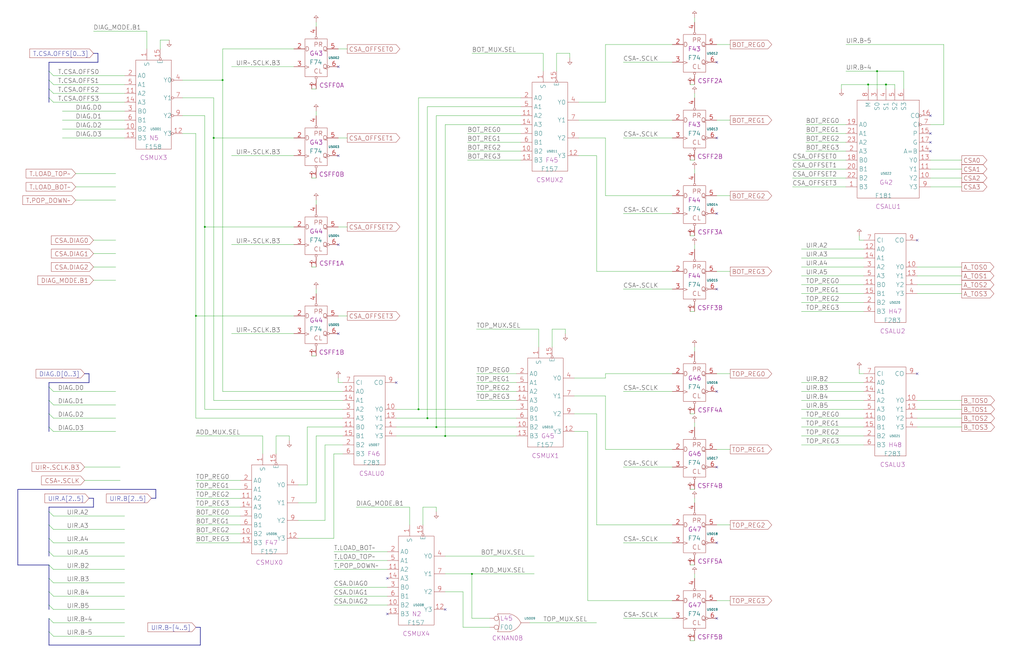
<source format=kicad_sch>
(kicad_sch (version 20230121) (generator eeschema)
  (paper "User" 584.2 378.46)
  (title_block (title "REGISTER FILE CONTROL\\nCSA ADRESS GENERATION") (date "15-MAR-90") (rev "1.0") (comment 1 "TYPE") (comment 2 "232-003062") (comment 3 "S400") (comment 4 "RELEASED"))
  (lib_symbols
    (symbol "r1000:F00" (pin_numbers hide) (pin_names hide)
      (property "Reference" "U" (at 15.24 0 0))
      (property "Value" "F00" (at 1.905 -5.08 0))
      (property "Location" "___" (at 1.905 0 0))
      (property "Name" "______" (at 2.54 -12.7 0))
      (symbol "F00_1_1"
        (pin input line (at -7.62 0 0) (length 5.08) (name "D0") (number "1"))
        (pin input line (at -7.62 -5.08 0) (length 5.08) (name "D1") (number "2"))
        (pin output line (at 15.24 -2.54 180) (length 2.54) (name "Q") (number "3"))
      )
      (symbol "F00_1_2"
        (pin input line (at -7.62 0 0) (length 2.54) (name "D0") (number "1"))
        (pin input line (at -7.62 -5.08 0) (length 2.54) (name "D1") (number "2"))
        (pin output line (at 15.24 -2.54 180) (length 5.08) (name "Q") (number "3"))
      )
    )
    (symbol "r1000:F157" (pin_names (offset 1.016))
      (property "Reference" "U" (at 2.54 5.08 0))
      (property "Value" "F157" (at -3.81 -5.08 0))
      (property "Location" "___" (at -1.27 0 0))
      (property "Name" "______" (at 1.27 -12.7 0))
      (symbol "F157_1_1"
        (pin input line (at -2.54 50.8 270) (length 6.35) (name "S") (number "1"))
        (pin input line (at -15.24 5.08 0) (length 6.35) (name "B2") (number "10"))
        (pin input line (at -15.24 25.4 0) (length 6.35) (name "A2") (number "11"))
        (pin output line (at 17.78 2.54 180) (length 6.35) (name "Y3") (number "12"))
        (pin input line (at -15.24 0 0) (length 6.35) (name "B3") (number "13"))
        (pin input line (at -15.24 20.32 0) (length 6.35) (name "A3") (number "14"))
        (pin input line (at 5.08 50.8 270) (length 5.08) (name "E") (number "15"))
        (pin input line (at -15.24 35.56 0) (length 6.35) (name "A0") (number "2"))
        (pin input line (at -15.24 15.24 0) (length 6.35) (name "B0") (number "3"))
        (pin output line (at 17.78 33.02 180) (length 6.35) (name "Y0") (number "4"))
        (pin input line (at -15.24 30.48 0) (length 6.35) (name "A1") (number "5"))
        (pin input line (at -15.24 10.16 0) (length 6.35) (name "B1") (number "6"))
        (pin output line (at 17.78 22.86 180) (length 6.35) (name "Y1") (number "7"))
        (pin output line (at 17.78 12.7 180) (length 6.35) (name "Y2") (number "9"))
      )
    )
    (symbol "r1000:F158" (pin_names (offset 1.016))
      (property "Reference" "U" (at 2.54 5.08 0))
      (property "Value" "F158" (at -3.81 -5.08 0))
      (property "Location" "___" (at -1.27 0 0))
      (property "Name" "______" (at 1.27 -12.7 0))
      (symbol "F158_1_1"
        (pin input line (at -2.54 50.8 270) (length 6.35) (name "S") (number "1"))
        (pin input line (at -15.24 5.08 0) (length 6.35) (name "B2") (number "10"))
        (pin input line (at -15.24 25.4 0) (length 6.35) (name "A2") (number "11"))
        (pin output line (at 17.78 2.54 180) (length 5.08) (name "Y3") (number "12"))
        (pin input line (at -15.24 0 0) (length 6.35) (name "B3") (number "13"))
        (pin input line (at -15.24 20.32 0) (length 6.35) (name "A3") (number "14"))
        (pin input line (at 5.08 50.8 270) (length 5.08) (name "E") (number "15"))
        (pin input line (at -15.24 35.56 0) (length 6.35) (name "A0") (number "2"))
        (pin input line (at -15.24 15.24 0) (length 6.35) (name "B0") (number "3"))
        (pin output line (at 17.78 33.02 180) (length 5.08) (name "Y0") (number "4"))
        (pin input line (at -15.24 30.48 0) (length 6.35) (name "A1") (number "5"))
        (pin input line (at -15.24 10.16 0) (length 6.35) (name "B1") (number "6"))
        (pin output line (at 17.78 22.86 180) (length 5.08) (name "Y1") (number "7"))
        (pin output line (at 17.78 12.7 180) (length 5.08) (name "Y2") (number "9"))
      )
    )
    (symbol "r1000:F181" (pin_names (offset 1.016))
      (property "Reference" "U" (at 2.54 5.08 0))
      (property "Value" "F181" (at -3.81 -7.62 0))
      (property "Location" "___" (at -1.27 0 0))
      (property "Name" "______" (at 3.81 -15.24 0))
      (symbol "F181_1_1"
        (pin input line (at -20.32 -2.54 0) (length 6.35) (name "B3") (number "1"))
        (pin output line (at 27.94 2.54 180) (length 6.35) (name "Y2") (number "10"))
        (pin output line (at 27.94 7.62 180) (length 6.35) (name "Y1") (number "11"))
        (pin output line (at 27.94 12.7 180) (length 6.35) (name "Y0") (number "13"))
        (pin open_collector line (at 27.94 17.78 180) (length 6.35) (name "A=B") (number "14"))
        (pin output line (at 27.94 27.94 180) (length 6.35) (name "P") (number "15"))
        (pin output line (at 27.94 38.1 180) (length 5.08) (name "CO") (number "16"))
        (pin output line (at 27.94 22.86 180) (length 6.35) (name "G") (number "17"))
        (pin input line (at -20.32 12.7 0) (length 6.35) (name "B0") (number "18"))
        (pin input line (at -20.32 33.02 0) (length 6.35) (name "A0") (number "19"))
        (pin input line (at -20.32 17.78 0) (length 6.35) (name "A3") (number "2"))
        (pin input line (at -20.32 7.62 0) (length 6.35) (name "B1") (number "20"))
        (pin input line (at -20.32 27.94 0) (length 6.35) (name "A1") (number "21"))
        (pin input line (at -20.32 2.54 0) (length 6.35) (name "B2") (number "22"))
        (pin input line (at -20.32 22.86 0) (length 6.35) (name "A2") (number "23"))
        (pin input line (at -2.54 53.34 270) (length 6.35) (name "S0") (number "3"))
        (pin input line (at 2.54 53.34 270) (length 6.35) (name "S1") (number "4"))
        (pin input line (at 7.62 53.34 270) (length 6.35) (name "S2") (number "5"))
        (pin input line (at 12.7 53.34 270) (length 6.35) (name "S3") (number "6"))
        (pin input line (at 27.94 33.02 180) (length 5.08) (name "CI") (number "7"))
        (pin input line (at -7.62 53.34 270) (length 6.35) (name "M") (number "8"))
        (pin output line (at 27.94 -2.54 180) (length 6.35) (name "Y3") (number "9"))
      )
    )
    (symbol "r1000:F283" (pin_names (offset 1.016))
      (property "Reference" "U" (at 2.54 5.08 0))
      (property "Value" "F283" (at -3.81 -5.08 0))
      (property "Location" "___" (at -1.27 0 0))
      (property "Name" "______" (at 1.27 -12.7 0))
      (symbol "F283_1_1"
        (pin output line (at 15.24 15.24 180) (length 6.35) (name "Y2") (number "1"))
        (pin output line (at 15.24 25.4 180) (length 6.35) (name "Y0") (number "10"))
        (pin input line (at -15.24 15.24 0) (length 6.35) (name "B0") (number "11"))
        (pin input line (at -15.24 35.56 0) (length 6.35) (name "A0") (number "12"))
        (pin output line (at 15.24 20.32 180) (length 6.35) (name "Y1") (number "13"))
        (pin input line (at -15.24 30.48 0) (length 6.35) (name "A1") (number "14"))
        (pin input line (at -15.24 10.16 0) (length 6.35) (name "B1") (number "15"))
        (pin input line (at -15.24 5.08 0) (length 6.35) (name "B2") (number "2"))
        (pin input line (at -15.24 25.4 0) (length 6.35) (name "A2") (number "3"))
        (pin output line (at 15.24 10.16 180) (length 6.35) (name "Y3") (number "4"))
        (pin input line (at -15.24 20.32 0) (length 6.35) (name "A3") (number "5"))
        (pin input line (at -15.24 0 0) (length 6.35) (name "B3") (number "6"))
        (pin input line (at -15.24 40.64 0) (length 6.35) (name "CI") (number "7"))
        (pin output line (at 15.24 40.64 180) (length 6.35) (name "CO") (number "9"))
      )
    )
    (symbol "r1000:F74" (pin_names (offset 1.016) hide)
      (property "Reference" "U" (at 12.7 -2.54 0))
      (property "Value" "F74" (at -1.27 -5.08 0))
      (property "Location" "___" (at -1.27 0 0))
      (property "Name" "______" (at 11.43 -19.685 0))
      (symbol "F74_1_1"
        (text ">" (at -2.54 -7.62 0) (effects (font (size 2.54 2.54))))
        (text "C" (at 2.54 -10.16 0) (effects (font (size 2.54 2.54))))
        (text "D" (at -2.54 2.54 0) (effects (font (size 2.54 2.54))))
        (text "L" (at 5.08 -10.16 0) (effects (font (size 2.54 2.54))))
        (text "P" (at 2.54 5.08 0) (effects (font (size 2.54 2.54))))
        (text "Q" (at 7.62 -7.62 0) (effects (font (size 2.54 2.54))))
        (text "Q" (at 7.62 2.54 0) (effects (font (size 2.54 2.54))))
        (text "R" (at 5.08 5.08 0) (effects (font (size 2.54 2.54))))
        (pin input line (at 2.54 -20.32 90) (length 5.08) (name "CL_") (number "1"))
        (pin input line (at -10.16 2.54 0) (length 6.35) (name "D") (number "2"))
        (pin input line (at -10.16 -7.62 0) (length 6.35) (name "CLK") (number "3"))
        (pin input line (at 2.54 15.24 270) (length 5.08) (name "PR_") (number "4"))
        (pin output line (at 15.24 2.54 180) (length 6.35) (name "Q") (number "5"))
        (pin output line (at 15.24 -7.62 180) (length 5.08) (name "Q_") (number "6"))
      )
    )
    (symbol "r1000:PD" (power) (pin_numbers hide) (pin_names hide) (in_bom no)
      (symbol "PD_1_1"
        (pin power_in line (at 0 0 270) (length 2.54) (name "PD") (number "1"))
      )
    )
    (symbol "r1000:PU" (power) (pin_numbers hide) (pin_names hide)
      (symbol "PU_1_1"
        (pin power_in line (at 0 0 90) (length 2.54) (name "PU") (number "1"))
      )
    )
  )
  (junction (at 248.92 243.84))
  (junction (at 121.92 78.74))
  (junction (at 505.46 48.26))
  (junction (at 111.76 180.34))
  (junction (at 269.24 327.66))
  (junction (at 243.84 238.76))
  (junction (at 500.38 40.64))
  (junction (at 254 248.92))
  (junction (at 116.84 129.54))
  (junction (at 238.76 233.68))
  (junction (at 127 45.72))
  (junction (at 495.3 48.26))
  (no_connect (at 220.98 350.52))
  (no_connect (at 530.86 76.2))
  (no_connect (at 408.94 121.92))
  (no_connect (at 193.04 88.9))
  (no_connect (at 408.94 353.06))
  (no_connect (at 523.24 213.36))
  (no_connect (at 530.86 81.28))
  (no_connect (at 530.86 86.36))
  (no_connect (at 530.86 66.04))
  (no_connect (at 220.98 330.2))
  (no_connect (at 523.24 137.16))
  (no_connect (at 408.94 266.7))
  (no_connect (at 254 347.98))
  (no_connect (at 408.94 165.1))
  (no_connect (at 193.04 139.7))
  (no_connect (at 408.94 309.88))
  (no_connect (at 193.04 190.5))
  (no_connect (at 408.94 223.52))
  (no_connect (at 226.06 218.44))
  (no_connect (at 408.94 78.74))
  (no_connect (at 408.94 35.56))
  (no_connect (at 193.04 38.1))
  (bus_entry (at 27.94 228.6) (size 2.54 2.54))
  (bus_entry (at 27.94 299.72) (size 2.54 2.54))
  (bus_entry (at 27.94 314.96) (size 2.54 2.54))
  (bus_entry (at 27.94 353.06) (size 2.54 2.54))
  (bus_entry (at 27.94 292.1) (size 2.54 2.54))
  (bus_entry (at 27.94 345.44) (size 2.54 2.54))
  (bus_entry (at 27.94 307.34) (size 2.54 2.54))
  (bus_entry (at 27.94 50.8) (size 2.54 2.54))
  (bus_entry (at 27.94 236.22) (size 2.54 2.54))
  (bus_entry (at 27.94 360.68) (size 2.54 2.54))
  (bus_entry (at 27.94 55.88) (size 2.54 2.54))
  (bus_entry (at 27.94 330.2) (size 2.54 2.54))
  (bus_entry (at 27.94 337.82) (size 2.54 2.54))
  (bus_entry (at 27.94 322.58) (size 2.54 2.54))
  (bus_entry (at 27.94 45.72) (size 2.54 2.54))
  (bus_entry (at 27.94 220.98) (size 2.54 2.54))
  (bus_entry (at 27.94 40.64) (size 2.54 2.54))
  (bus_entry (at 27.94 243.84) (size 2.54 2.54))
  (wire (pts (xy 132.08 139.7) (xy 167.64 139.7)))
  (wire (pts (xy 345.44 111.76) (xy 345.44 78.74)))
  (wire (pts (xy 43.18 106.68) (xy 66.04 106.68)))
  (wire (pts (xy 393.7 48.26) (xy 396.24 48.26)))
  (bus (pts (xy 27.94 289.56) (xy 27.94 292.1)))
  (bus (pts (xy 53.34 284.48) (xy 53.34 289.56)))
  (wire (pts (xy 457.2 172.72) (xy 492.76 172.72)))
  (wire (pts (xy 457.2 162.56) (xy 492.76 162.56)))
  (wire (pts (xy 226.06 248.92) (xy 254 248.92)))
  (wire (pts (xy 383.54 25.4) (xy 345.44 25.4)))
  (wire (pts (xy 271.78 213.36) (xy 294.64 213.36)))
  (wire (pts (xy 396.24 284.48) (xy 396.24 287.02)))
  (bus (pts (xy 27.94 353.06) (xy 27.94 360.68)))
  (wire (pts (xy 500.38 40.64) (xy 500.38 50.8)))
  (bus (pts (xy 27.94 55.88) (xy 27.94 58.42)))
  (wire (pts (xy 340.36 88.9) (xy 330.2 88.9)))
  (wire (pts (xy 104.14 66.04) (xy 116.84 66.04)))
  (bus (pts (xy 50.8 213.36) (xy 50.8 218.44)))
  (wire (pts (xy 190.5 314.96) (xy 220.98 314.96)))
  (wire (pts (xy 340.36 154.94) (xy 340.36 88.9)))
  (wire (pts (xy 111.76 279.4) (xy 137.16 279.4)))
  (bus (pts (xy 86.36 284.48) (xy 88.9 284.48)))
  (bus (pts (xy 10.16 322.58) (xy 27.94 322.58)))
  (wire (pts (xy 271.78 187.96) (xy 307.34 187.96)))
  (wire (pts (xy 297.18 55.88) (xy 238.76 55.88)))
  (wire (pts (xy 393.7 279.4) (xy 396.24 279.4)))
  (wire (pts (xy 314.96 187.96) (xy 322.58 187.96)))
  (wire (pts (xy 396.24 10.16) (xy 396.24 12.7)))
  (wire (pts (xy 383.54 299.72) (xy 340.36 299.72)))
  (wire (pts (xy 457.2 147.32) (xy 492.76 147.32)))
  (wire (pts (xy 523.24 162.56) (xy 548.64 162.56)))
  (wire (pts (xy 490.22 213.36) (xy 492.76 213.36)))
  (wire (pts (xy 279.4 358.14) (xy 264.16 358.14)))
  (wire (pts (xy 523.24 152.4) (xy 548.64 152.4)))
  (wire (pts (xy 269.24 353.06) (xy 269.24 327.66)))
  (wire (pts (xy 226.06 233.68) (xy 238.76 233.68)))
  (wire (pts (xy 340.36 299.72) (xy 340.36 236.22)))
  (wire (pts (xy 35.56 68.58) (xy 71.12 68.58)))
  (wire (pts (xy 149.86 259.08) (xy 149.86 248.92)))
  (wire (pts (xy 175.26 243.84) (xy 175.26 276.86)))
  (wire (pts (xy 523.24 233.68) (xy 548.64 233.68)))
  (wire (pts (xy 116.84 66.04) (xy 116.84 129.54)))
  (wire (pts (xy 266.7 76.2) (xy 297.18 76.2)))
  (wire (pts (xy 266.7 86.36) (xy 297.18 86.36)))
  (wire (pts (xy 127 27.94) (xy 167.64 27.94)))
  (wire (pts (xy 408.94 25.4) (xy 416.56 25.4)))
  (wire (pts (xy 396.24 53.34) (xy 396.24 55.88)))
  (wire (pts (xy 30.48 223.52) (xy 66.04 223.52)))
  (bus (pts (xy 27.94 307.34) (xy 27.94 314.96)))
  (wire (pts (xy 355.6 309.88) (xy 383.54 309.88)))
  (wire (pts (xy 193.04 180.34) (xy 198.12 180.34)))
  (wire (pts (xy 30.48 58.42) (xy 71.12 58.42)))
  (bus (pts (xy 50.8 218.44) (xy 27.94 218.44)))
  (wire (pts (xy 190.5 340.36) (xy 220.98 340.36)))
  (wire (pts (xy 271.78 218.44) (xy 294.64 218.44)))
  (wire (pts (xy 149.86 248.92) (xy 111.76 248.92)))
  (wire (pts (xy 48.26 274.32) (xy 68.58 274.32)))
  (wire (pts (xy 482.6 25.4) (xy 538.48 25.4)))
  (wire (pts (xy 538.48 71.12) (xy 530.86 71.12)))
  (bus (pts (xy 55.88 35.56) (xy 27.94 35.56)))
  (wire (pts (xy 457.2 223.52) (xy 492.76 223.52)))
  (wire (pts (xy 241.3 299.72) (xy 241.3 289.56)))
  (bus (pts (xy 27.94 345.44) (xy 27.94 347.98)))
  (wire (pts (xy 190.5 345.44) (xy 220.98 345.44)))
  (wire (pts (xy 35.56 63.5) (xy 71.12 63.5)))
  (wire (pts (xy 30.48 325.12) (xy 71.12 325.12)))
  (bus (pts (xy 27.94 299.72) (xy 27.94 307.34)))
  (wire (pts (xy 43.18 99.06) (xy 66.04 99.06)))
  (wire (pts (xy 195.58 254) (xy 185.42 254)))
  (wire (pts (xy 335.28 246.38) (xy 327.66 246.38)))
  (wire (pts (xy 30.48 48.26) (xy 71.12 48.26)))
  (wire (pts (xy 190.5 335.28) (xy 220.98 335.28)))
  (wire (pts (xy 248.92 66.04) (xy 248.92 243.84)))
  (bus (pts (xy 27.94 236.22) (xy 27.94 243.84)))
  (wire (pts (xy 523.24 228.6) (xy 548.64 228.6)))
  (wire (pts (xy 345.44 58.42) (xy 330.2 58.42)))
  (wire (pts (xy 269.24 327.66) (xy 304.8 327.66)))
  (wire (pts (xy 457.2 238.76) (xy 492.76 238.76)))
  (wire (pts (xy 264.16 337.82) (xy 254 337.82)))
  (wire (pts (xy 457.2 248.92) (xy 492.76 248.92)))
  (wire (pts (xy 510.54 48.26) (xy 510.54 50.8)))
  (bus (pts (xy 27.94 360.68) (xy 27.94 368.3)))
  (wire (pts (xy 30.48 246.38) (xy 66.04 246.38)))
  (wire (pts (xy 457.2 142.24) (xy 492.76 142.24)))
  (wire (pts (xy 43.18 114.3) (xy 66.04 114.3)))
  (wire (pts (xy 495.3 48.26) (xy 495.3 50.8)))
  (bus (pts (xy 27.94 35.56) (xy 27.94 40.64)))
  (wire (pts (xy 30.48 332.74) (xy 71.12 332.74)))
  (wire (pts (xy 243.84 238.76) (xy 243.84 60.96)))
  (bus (pts (xy 27.94 337.82) (xy 27.94 345.44)))
  (wire (pts (xy 452.12 101.6) (xy 482.6 101.6)))
  (wire (pts (xy 104.14 55.88) (xy 121.92 55.88)))
  (wire (pts (xy 279.4 353.06) (xy 269.24 353.06)))
  (bus (pts (xy 27.94 243.84) (xy 27.94 246.38)))
  (wire (pts (xy 408.94 256.54) (xy 416.56 256.54)))
  (wire (pts (xy 248.92 289.56) (xy 248.92 292.1)))
  (wire (pts (xy 30.48 309.88) (xy 71.12 309.88)))
  (wire (pts (xy 457.2 177.8) (xy 492.76 177.8)))
  (wire (pts (xy 457.2 152.4) (xy 492.76 152.4)))
  (wire (pts (xy 30.48 363.22) (xy 71.12 363.22)))
  (wire (pts (xy 177.8 50.8) (xy 180.34 50.8)))
  (wire (pts (xy 30.48 302.26) (xy 71.12 302.26)))
  (wire (pts (xy 266.7 91.44) (xy 297.18 91.44)))
  (wire (pts (xy 254 317.5) (xy 304.8 317.5)))
  (wire (pts (xy 132.08 88.9) (xy 167.64 88.9)))
  (wire (pts (xy 530.86 96.52) (xy 548.64 96.52)))
  (bus (pts (xy 88.9 279.4) (xy 10.16 279.4)))
  (wire (pts (xy 111.76 180.34) (xy 167.64 180.34)))
  (bus (pts (xy 27.94 220.98) (xy 27.94 228.6)))
  (wire (pts (xy 116.84 233.68) (xy 116.84 129.54)))
  (wire (pts (xy 180.34 12.7) (xy 180.34 15.24)))
  (wire (pts (xy 193.04 218.44) (xy 193.04 215.9)))
  (bus (pts (xy 27.94 228.6) (xy 27.94 236.22)))
  (wire (pts (xy 111.76 238.76) (xy 111.76 180.34)))
  (bus (pts (xy 53.34 289.56) (xy 27.94 289.56)))
  (wire (pts (xy 104.14 76.2) (xy 111.76 76.2)))
  (wire (pts (xy 408.94 154.94) (xy 416.56 154.94)))
  (wire (pts (xy 322.58 187.96) (xy 322.58 190.5)))
  (wire (pts (xy 233.68 289.56) (xy 233.68 299.72)))
  (wire (pts (xy 195.58 223.52) (xy 127 223.52)))
  (wire (pts (xy 490.22 137.16) (xy 492.76 137.16)))
  (wire (pts (xy 457.2 243.84) (xy 492.76 243.84)))
  (wire (pts (xy 383.54 342.9) (xy 335.28 342.9)))
  (bus (pts (xy 27.94 45.72) (xy 27.94 50.8)))
  (wire (pts (xy 30.48 238.76) (xy 66.04 238.76)))
  (wire (pts (xy 35.56 73.66) (xy 71.12 73.66)))
  (bus (pts (xy 27.94 314.96) (xy 27.94 317.5)))
  (wire (pts (xy 340.36 236.22) (xy 327.66 236.22)))
  (wire (pts (xy 254 327.66) (xy 269.24 327.66)))
  (wire (pts (xy 452.12 106.68) (xy 482.6 106.68)))
  (wire (pts (xy 111.76 284.48) (xy 137.16 284.48)))
  (wire (pts (xy 91.44 22.86) (xy 96.52 22.86)))
  (wire (pts (xy 393.7 365.76) (xy 396.24 365.76)))
  (wire (pts (xy 83.82 17.78) (xy 53.34 17.78)))
  (wire (pts (xy 248.92 243.84) (xy 294.64 243.84)))
  (wire (pts (xy 490.22 134.62) (xy 490.22 137.16)))
  (wire (pts (xy 185.42 297.18) (xy 170.18 297.18)))
  (wire (pts (xy 121.92 55.88) (xy 121.92 78.74)))
  (wire (pts (xy 157.48 248.92) (xy 165.1 248.92)))
  (bus (pts (xy 111.76 358.14) (xy 114.3 358.14)))
  (wire (pts (xy 457.2 228.6) (xy 492.76 228.6)))
  (wire (pts (xy 127 45.72) (xy 127 27.94)))
  (wire (pts (xy 345.44 25.4) (xy 345.44 58.42)))
  (bus (pts (xy 53.34 30.48) (xy 55.88 30.48)))
  (wire (pts (xy 408.94 68.58) (xy 416.56 68.58)))
  (wire (pts (xy 393.7 236.22) (xy 396.24 236.22)))
  (wire (pts (xy 254 71.12) (xy 297.18 71.12)))
  (wire (pts (xy 396.24 96.52) (xy 396.24 99.06)))
  (bus (pts (xy 27.94 50.8) (xy 27.94 55.88)))
  (wire (pts (xy 254 248.92) (xy 254 71.12)))
  (wire (pts (xy 193.04 78.74) (xy 198.12 78.74)))
  (wire (pts (xy 383.54 213.36) (xy 345.44 213.36)))
  (wire (pts (xy 330.2 78.74) (xy 345.44 78.74)))
  (wire (pts (xy 195.58 228.6) (xy 121.92 228.6)))
  (wire (pts (xy 408.94 299.72) (xy 416.56 299.72)))
  (wire (pts (xy 195.58 259.08) (xy 190.5 259.08)))
  (wire (pts (xy 271.78 228.6) (xy 294.64 228.6)))
  (wire (pts (xy 266.7 81.28) (xy 297.18 81.28)))
  (wire (pts (xy 132.08 38.1) (xy 167.64 38.1)))
  (wire (pts (xy 500.38 40.64) (xy 515.62 40.64)))
  (wire (pts (xy 408.94 342.9) (xy 416.56 342.9)))
  (wire (pts (xy 345.44 256.54) (xy 345.44 226.06)))
  (bus (pts (xy 27.94 330.2) (xy 27.94 337.82)))
  (wire (pts (xy 180.34 63.5) (xy 180.34 66.04)))
  (wire (pts (xy 30.48 294.64) (xy 71.12 294.64)))
  (bus (pts (xy 88.9 284.48) (xy 88.9 279.4)))
  (wire (pts (xy 30.48 347.98) (xy 71.12 347.98)))
  (wire (pts (xy 307.34 187.96) (xy 307.34 198.12)))
  (bus (pts (xy 27.94 322.58) (xy 27.94 330.2)))
  (wire (pts (xy 91.44 27.94) (xy 91.44 22.86)))
  (wire (pts (xy 35.56 78.74) (xy 71.12 78.74)))
  (wire (pts (xy 530.86 101.6) (xy 548.64 101.6)))
  (wire (pts (xy 355.6 121.92) (xy 383.54 121.92)))
  (wire (pts (xy 180.34 287.02) (xy 170.18 287.02)))
  (wire (pts (xy 111.76 299.72) (xy 137.16 299.72)))
  (wire (pts (xy 523.24 157.48) (xy 548.64 157.48)))
  (wire (pts (xy 195.58 233.68) (xy 116.84 233.68)))
  (wire (pts (xy 383.54 256.54) (xy 345.44 256.54)))
  (wire (pts (xy 30.48 53.34) (xy 71.12 53.34)))
  (bus (pts (xy 55.88 30.48) (xy 55.88 35.56)))
  (wire (pts (xy 355.6 165.1) (xy 383.54 165.1)))
  (wire (pts (xy 459.74 71.12) (xy 482.6 71.12)))
  (wire (pts (xy 317.5 30.48) (xy 325.12 30.48)))
  (wire (pts (xy 480.06 48.26) (xy 495.3 48.26)))
  (wire (pts (xy 393.7 91.44) (xy 396.24 91.44)))
  (wire (pts (xy 111.76 304.8) (xy 137.16 304.8)))
  (wire (pts (xy 185.42 254) (xy 185.42 297.18)))
  (bus (pts (xy 27.94 40.64) (xy 27.94 45.72)))
  (wire (pts (xy 355.6 78.74) (xy 383.54 78.74)))
  (wire (pts (xy 505.46 48.26) (xy 505.46 50.8)))
  (wire (pts (xy 393.7 177.8) (xy 396.24 177.8)))
  (bus (pts (xy 114.3 368.3) (xy 27.94 368.3)))
  (wire (pts (xy 538.48 25.4) (xy 538.48 71.12)))
  (wire (pts (xy 132.08 190.5) (xy 167.64 190.5)))
  (wire (pts (xy 238.76 55.88) (xy 238.76 233.68)))
  (wire (pts (xy 317.5 40.64) (xy 317.5 30.48)))
  (wire (pts (xy 195.58 238.76) (xy 111.76 238.76)))
  (wire (pts (xy 226.06 238.76) (xy 243.84 238.76)))
  (wire (pts (xy 396.24 241.3) (xy 396.24 243.84)))
  (wire (pts (xy 495.3 48.26) (xy 505.46 48.26)))
  (wire (pts (xy 523.24 238.76) (xy 548.64 238.76)))
  (wire (pts (xy 355.6 266.7) (xy 383.54 266.7)))
  (wire (pts (xy 523.24 167.64) (xy 548.64 167.64)))
  (wire (pts (xy 165.1 248.92) (xy 165.1 251.46)))
  (wire (pts (xy 190.5 325.12) (xy 220.98 325.12)))
  (wire (pts (xy 325.12 30.48) (xy 325.12 33.02)))
  (wire (pts (xy 309.88 30.48) (xy 309.88 40.64)))
  (wire (pts (xy 408.94 111.76) (xy 416.56 111.76)))
  (wire (pts (xy 396.24 198.12) (xy 396.24 200.66)))
  (bus (pts (xy 27.94 218.44) (xy 27.94 220.98)))
  (wire (pts (xy 180.34 248.92) (xy 180.34 287.02)))
  (wire (pts (xy 452.12 91.44) (xy 482.6 91.44)))
  (wire (pts (xy 480.06 50.8) (xy 480.06 48.26)))
  (wire (pts (xy 355.6 223.52) (xy 383.54 223.52)))
  (wire (pts (xy 177.8 203.2) (xy 180.34 203.2)))
  (wire (pts (xy 457.2 233.68) (xy 492.76 233.68)))
  (wire (pts (xy 297.18 66.04) (xy 248.92 66.04)))
  (wire (pts (xy 393.7 322.58) (xy 396.24 322.58)))
  (bus (pts (xy 10.16 279.4) (xy 10.16 322.58)))
  (wire (pts (xy 452.12 96.52) (xy 482.6 96.52)))
  (wire (pts (xy 195.58 218.44) (xy 193.04 218.44)))
  (wire (pts (xy 355.6 353.06) (xy 383.54 353.06)))
  (wire (pts (xy 116.84 129.54) (xy 167.64 129.54)))
  (wire (pts (xy 254 248.92) (xy 294.64 248.92)))
  (wire (pts (xy 393.7 134.62) (xy 396.24 134.62)))
  (wire (pts (xy 193.04 27.94) (xy 198.12 27.94)))
  (wire (pts (xy 457.2 167.64) (xy 492.76 167.64)))
  (wire (pts (xy 408.94 213.36) (xy 416.56 213.36)))
  (wire (pts (xy 48.26 266.7) (xy 68.58 266.7)))
  (wire (pts (xy 457.2 218.44) (xy 492.76 218.44)))
  (wire (pts (xy 515.62 40.64) (xy 515.62 50.8)))
  (wire (pts (xy 243.84 60.96) (xy 297.18 60.96)))
  (wire (pts (xy 111.76 274.32) (xy 137.16 274.32)))
  (wire (pts (xy 180.34 165.1) (xy 180.34 167.64)))
  (wire (pts (xy 457.2 254) (xy 492.76 254)))
  (wire (pts (xy 345.44 226.06) (xy 327.66 226.06)))
  (wire (pts (xy 195.58 248.92) (xy 180.34 248.92)))
  (wire (pts (xy 238.76 233.68) (xy 294.64 233.68)))
  (wire (pts (xy 457.2 157.48) (xy 492.76 157.48)))
  (wire (pts (xy 505.46 48.26) (xy 510.54 48.26)))
  (wire (pts (xy 269.24 30.48) (xy 309.88 30.48)))
  (wire (pts (xy 180.34 114.3) (xy 180.34 116.84)))
  (wire (pts (xy 226.06 243.84) (xy 248.92 243.84)))
  (wire (pts (xy 459.74 81.28) (xy 482.6 81.28)))
  (wire (pts (xy 83.82 27.94) (xy 83.82 17.78)))
  (wire (pts (xy 396.24 327.66) (xy 396.24 330.2)))
  (wire (pts (xy 203.2 289.56) (xy 233.68 289.56)))
  (wire (pts (xy 190.5 259.08) (xy 190.5 307.34)))
  (wire (pts (xy 335.28 342.9) (xy 335.28 246.38)))
  (wire (pts (xy 121.92 228.6) (xy 121.92 78.74)))
  (wire (pts (xy 111.76 289.56) (xy 137.16 289.56)))
  (wire (pts (xy 383.54 154.94) (xy 340.36 154.94)))
  (wire (pts (xy 195.58 243.84) (xy 175.26 243.84)))
  (wire (pts (xy 30.48 231.14) (xy 66.04 231.14)))
  (wire (pts (xy 190.5 320.04) (xy 220.98 320.04)))
  (wire (pts (xy 243.84 238.76) (xy 294.64 238.76)))
  (bus (pts (xy 114.3 358.14) (xy 114.3 368.3)))
  (wire (pts (xy 111.76 294.64) (xy 137.16 294.64)))
  (wire (pts (xy 383.54 111.76) (xy 345.44 111.76)))
  (wire (pts (xy 53.34 152.4) (xy 66.04 152.4)))
  (wire (pts (xy 175.26 276.86) (xy 170.18 276.86)))
  (wire (pts (xy 177.8 101.6) (xy 180.34 101.6)))
  (bus (pts (xy 50.8 284.48) (xy 53.34 284.48)))
  (wire (pts (xy 355.6 35.56) (xy 383.54 35.56)))
  (bus (pts (xy 48.26 213.36) (xy 50.8 213.36)))
  (wire (pts (xy 190.5 307.34) (xy 170.18 307.34)))
  (wire (pts (xy 314.96 198.12) (xy 314.96 187.96)))
  (wire (pts (xy 193.04 129.54) (xy 198.12 129.54)))
  (wire (pts (xy 459.74 86.36) (xy 482.6 86.36)))
  (wire (pts (xy 30.48 355.6) (xy 71.12 355.6)))
  (wire (pts (xy 530.86 106.68) (xy 548.64 106.68)))
  (wire (pts (xy 30.48 317.5) (xy 71.12 317.5)))
  (wire (pts (xy 121.92 78.74) (xy 167.64 78.74)))
  (wire (pts (xy 157.48 259.08) (xy 157.48 248.92)))
  (bus (pts (xy 27.94 292.1) (xy 27.94 299.72)))
  (wire (pts (xy 345.44 213.36) (xy 345.44 215.9)))
  (wire (pts (xy 53.34 160.02) (xy 66.04 160.02)))
  (wire (pts (xy 104.14 45.72) (xy 127 45.72)))
  (wire (pts (xy 53.34 137.16) (xy 66.04 137.16)))
  (wire (pts (xy 396.24 139.7) (xy 396.24 142.24)))
  (wire (pts (xy 530.86 91.44) (xy 548.64 91.44)))
  (wire (pts (xy 127 223.52) (xy 127 45.72)))
  (wire (pts (xy 30.48 43.18) (xy 71.12 43.18)))
  (wire (pts (xy 177.8 152.4) (xy 180.34 152.4)))
  (wire (pts (xy 271.78 223.52) (xy 294.64 223.52)))
  (wire (pts (xy 30.48 340.36) (xy 71.12 340.36)))
  (wire (pts (xy 111.76 309.88) (xy 137.16 309.88)))
  (wire (pts (xy 330.2 68.58) (xy 383.54 68.58)))
  (wire (pts (xy 241.3 289.56) (xy 248.92 289.56)))
  (wire (pts (xy 482.6 40.64) (xy 500.38 40.64)))
  (wire (pts (xy 264.16 358.14) (xy 264.16 337.82)))
  (wire (pts (xy 111.76 76.2) (xy 111.76 180.34)))
  (wire (pts (xy 53.34 144.78) (xy 66.04 144.78)))
  (wire (pts (xy 345.44 215.9) (xy 327.66 215.9)))
  (wire (pts (xy 302.26 355.6) (xy 340.36 355.6)))
  (wire (pts (xy 459.74 76.2) (xy 482.6 76.2)))
  (wire (pts (xy 523.24 243.84) (xy 548.64 243.84)))
  (wire (pts (xy 490.22 210.82) (xy 490.22 213.36)))
  (label "TOP_REG1" (at 271.78 218.44 0) (effects (font (size 2.54 2.54))))
  (label "TOP_REG2" (at 459.74 172.72 0) (effects (font (size 2.54 2.54))))
  (label "UIR.A3" (at 459.74 147.32 0) (effects (font (size 2.54 2.54))))
  (label "CSA~.SCLK" (at 355.6 353.06 0) (effects (font (size 2.54 2.54))))
  (label "T.CSA.OFFS0" (at 33.02 43.18 0) (effects (font (size 2.54 2.54))))
  (label "BOT_REG1" (at 111.76 299.72 0) (effects (font (size 2.54 2.54))))
  (label "UIR.A5" (at 38.1 317.5 0) (effects (font (size 2.54 2.54))))
  (label "T.POP_DOWN~" (at 190.5 325.12 0) (effects (font (size 2.54 2.54))))
  (label "BOT_REG2" (at 459.74 81.28 0) (effects (font (size 2.54 2.54))))
  (label "CSA_OFFSET0" (at 452.12 91.44 0) (effects (font (size 2.54 2.54))))
  (label "BOT_REG2" (at 111.76 304.8 0) (effects (font (size 2.54 2.54))))
  (label "CSA_OFFSET2" (at 452.12 101.6 0) (effects (font (size 2.54 2.54))))
  (label "UIR.A3" (at 38.1 302.26 0) (effects (font (size 2.54 2.54))))
  (label "CSA~.SCLK" (at 355.6 266.7 0) (effects (font (size 2.54 2.54))))
  (label "DIAG.D3" (at 33.02 246.38 0) (effects (font (size 2.54 2.54))))
  (label "UIR.A2" (at 459.74 142.24 0) (effects (font (size 2.54 2.54))))
  (label "T.LOAD_TOP~" (at 190.5 320.04 0) (effects (font (size 2.54 2.54))))
  (label "TOP_REG3" (at 459.74 254 0) (effects (font (size 2.54 2.54))))
  (label "CSA~.SCLK" (at 355.6 78.74 0) (effects (font (size 2.54 2.54))))
  (label "UIR.B~5" (at 482.6 25.4 0) (effects (font (size 2.54 2.54))))
  (label "BOT_REG2" (at 266.7 86.36 0) (effects (font (size 2.54 2.54))))
  (label "CSA~.SCLK" (at 355.6 223.52 0) (effects (font (size 2.54 2.54))))
  (label "BOT_REG3" (at 266.7 91.44 0) (effects (font (size 2.54 2.54))))
  (label "CSA~.SCLK" (at 355.6 165.1 0) (effects (font (size 2.54 2.54))))
  (label "CSA.DIAG0" (at 190.5 335.28 0) (effects (font (size 2.54 2.54))))
  (label "CSA.DIAG1" (at 190.5 340.36 0) (effects (font (size 2.54 2.54))))
  (label "DIAG.D0" (at 43.18 63.5 0) (effects (font (size 2.54 2.54))))
  (label "DIAG.D2" (at 33.02 238.76 0) (effects (font (size 2.54 2.54))))
  (label "ADD_MUX.SEL" (at 111.76 248.92 0) (effects (font (size 2.54 2.54))))
  (label "BOT_REG0" (at 111.76 294.64 0) (effects (font (size 2.54 2.54))))
  (label "TOP_REG3" (at 459.74 177.8 0) (effects (font (size 2.54 2.54))))
  (label "TOP_REG1" (at 111.76 279.4 0) (effects (font (size 2.54 2.54))))
  (label "TOP_MUX.SEL" (at 271.78 187.96 0) (effects (font (size 2.54 2.54))))
  (label "UIR.B5" (at 38.1 347.98 0) (effects (font (size 2.54 2.54))))
  (label "CSA~.SCLK" (at 355.6 35.56 0) (effects (font (size 2.54 2.54))))
  (label "UIR.B~5" (at 38.1 363.22 0) (effects (font (size 2.54 2.54))))
  (label "T.CSA.OFFS2" (at 33.02 53.34 0) (effects (font (size 2.54 2.54))))
  (label "BOT_MUX.SEL" (at 274.32 317.5 0) (effects (font (size 2.54 2.54))))
  (label "DIAG_MODE.B1" (at 53.34 17.78 0) (effects (font (size 2.54 2.54))))
  (label "TOP_REG0" (at 459.74 162.56 0) (effects (font (size 2.54 2.54))))
  (label "TOP_REG2" (at 459.74 248.92 0) (effects (font (size 2.54 2.54))))
  (label "UIR.A2" (at 38.1 294.64 0) (effects (font (size 2.54 2.54))))
  (label "TOP_REG3" (at 111.76 289.56 0) (effects (font (size 2.54 2.54))))
  (label "UIR.B~4" (at 482.6 40.64 0) (effects (font (size 2.54 2.54))))
  (label "DIAG_MODE.B1" (at 203.2 289.56 0) (effects (font (size 2.54 2.54))))
  (label "CSA~.SCLK" (at 355.6 121.92 0) (effects (font (size 2.54 2.54))))
  (label "UIR~.SCLK.B3" (at 134.62 38.1 0) (effects (font (size 2.54 2.54))))
  (label "BOT_MUX.SEL" (at 269.24 30.48 0) (effects (font (size 2.54 2.54))))
  (label "TOP_REG0" (at 111.76 274.32 0) (effects (font (size 2.54 2.54))))
  (label "UIR.A4" (at 38.1 309.88 0) (effects (font (size 2.54 2.54))))
  (label "UIR.B3" (at 459.74 223.52 0) (effects (font (size 2.54 2.54))))
  (label "DIAG.D1" (at 43.18 68.58 0) (effects (font (size 2.54 2.54))))
  (label "BOT_REG1" (at 266.7 81.28 0) (effects (font (size 2.54 2.54))))
  (label "ADD_MUX.SEL" (at 274.32 327.66 0) (effects (font (size 2.54 2.54))))
  (label "TOP_REG0" (at 459.74 238.76 0) (effects (font (size 2.54 2.54))))
  (label "UIR.A4" (at 459.74 152.4 0) (effects (font (size 2.54 2.54))))
  (label "TOP_REG1" (at 459.74 167.64 0) (effects (font (size 2.54 2.54))))
  (label "UIR.B2" (at 459.74 218.44 0) (effects (font (size 2.54 2.54))))
  (label "CSA_OFFSET1" (at 452.12 96.52 0) (effects (font (size 2.54 2.54))))
  (label "UIR.B4" (at 38.1 340.36 0) (effects (font (size 2.54 2.54))))
  (label "UIR.B3" (at 38.1 332.74 0) (effects (font (size 2.54 2.54))))
  (label "TOP_MUX.SEL" (at 309.88 355.6 0) (effects (font (size 2.54 2.54))))
  (label "UIR~.SCLK.B3" (at 134.62 88.9 0) (effects (font (size 2.54 2.54))))
  (label "CSA.DIAG2" (at 190.5 345.44 0) (effects (font (size 2.54 2.54))))
  (label "DIAG.D0" (at 33.02 223.52 0) (effects (font (size 2.54 2.54))))
  (label "UIR~.SCLK.B3" (at 134.62 190.5 0) (effects (font (size 2.54 2.54))))
  (label "T.CSA.OFFS3" (at 33.02 58.42 0) (effects (font (size 2.54 2.54))))
  (label "UIR.B5" (at 459.74 233.68 0) (effects (font (size 2.54 2.54))))
  (label "DIAG.D3" (at 43.18 78.74 0) (effects (font (size 2.54 2.54))))
  (label "UIR.B~4" (at 38.1 355.6 0) (effects (font (size 2.54 2.54))))
  (label "TOP_REG2" (at 271.78 223.52 0) (effects (font (size 2.54 2.54))))
  (label "BOT_REG3" (at 111.76 309.88 0) (effects (font (size 2.54 2.54))))
  (label "TOP_REG1" (at 459.74 243.84 0) (effects (font (size 2.54 2.54))))
  (label "TOP_REG0" (at 271.78 213.36 0) (effects (font (size 2.54 2.54))))
  (label "DIAG.D2" (at 43.18 73.66 0) (effects (font (size 2.54 2.54))))
  (label "TOP_REG2" (at 111.76 284.48 0) (effects (font (size 2.54 2.54))))
  (label "T.LOAD_BOT~" (at 190.5 314.96 0) (effects (font (size 2.54 2.54))))
  (label "CSA~.SCLK" (at 355.6 309.88 0) (effects (font (size 2.54 2.54))))
  (label "BOT_REG1" (at 459.74 76.2 0) (effects (font (size 2.54 2.54))))
  (label "BOT_REG0" (at 266.7 76.2 0) (effects (font (size 2.54 2.54))))
  (label "UIR.A5" (at 459.74 157.48 0) (effects (font (size 2.54 2.54))))
  (label "BOT_REG0" (at 459.74 71.12 0) (effects (font (size 2.54 2.54))))
  (label "CSA_OFFSET3" (at 452.12 106.68 0) (effects (font (size 2.54 2.54))))
  (label "TOP_REG3" (at 271.78 228.6 0) (effects (font (size 2.54 2.54))))
  (label "T.CSA.OFFS1" (at 33.02 48.26 0) (effects (font (size 2.54 2.54))))
  (label "UIR.B2" (at 38.1 325.12 0) (effects (font (size 2.54 2.54))))
  (label "UIR~.SCLK.B3" (at 134.62 139.7 0) (effects (font (size 2.54 2.54))))
  (label "BOT_REG3" (at 459.74 86.36 0) (effects (font (size 2.54 2.54))))
  (label "DIAG.D1" (at 33.02 231.14 0) (effects (font (size 2.54 2.54))))
  (label "UIR.B4" (at 459.74 228.6 0) (effects (font (size 2.54 2.54))))
  (global_label "TOP_REG3" (shape output) (at 416.56 342.9 0) (effects (font (size 2.54 2.54))) (property "Intersheetrefs" "${INTERSHEET_REFS}" (at 440.2546 342.7413 0) (effects (font (size 1.905 1.905)) (justify left))))
  (global_label "TOP_REG1" (shape output) (at 416.56 256.54 0) (effects (font (size 2.54 2.54))) (property "Intersheetrefs" "${INTERSHEET_REFS}" (at 440.2546 256.3813 0) (effects (font (size 1.905 1.905)) (justify left))))
  (global_label "CSA2" (shape output) (at 548.64 101.6 0) (effects (font (size 2.54 2.54))) (property "Intersheetrefs" "${INTERSHEET_REFS}" (at 563.0212 101.4413 0) (effects (font (size 1.905 1.905)) (justify left))))
  (global_label "CSA1" (shape output) (at 548.64 96.52 0) (effects (font (size 2.54 2.54))) (property "Intersheetrefs" "${INTERSHEET_REFS}" (at 563.0212 96.3613 0) (effects (font (size 1.905 1.905)) (justify left))))
  (global_label "CSA_OFFSET0" (shape output) (at 198.12 27.94 0) (effects (font (size 2.54 2.54))) (property "Intersheetrefs" "${INTERSHEET_REFS}" (at 228.1041 27.7813 0) (effects (font (size 1.905 1.905)) (justify left))))
  (global_label "BOT_REG1" (shape output) (at 416.56 68.58 0) (effects (font (size 2.54 2.54))) (property "Intersheetrefs" "${INTERSHEET_REFS}" (at 440.2546 68.4213 0) (effects (font (size 1.905 1.905)) (justify left))))
  (global_label "UIR.B[2..5]" (shape input) (at 86.36 284.48 180) (effects (font (size 2.54 2.54))) (property "Intersheetrefs" "${INTERSHEET_REFS}" (at 60.7302 284.3213 0) (effects (font (size 1.905 1.905)) (justify right))))
  (global_label "CSA3" (shape output) (at 548.64 106.68 0) (effects (font (size 2.54 2.54))) (property "Intersheetrefs" "${INTERSHEET_REFS}" (at 563.0212 106.5213 0) (effects (font (size 1.905 1.905)) (justify left))))
  (global_label "CSA0" (shape output) (at 548.64 91.44 0) (effects (font (size 2.54 2.54))) (property "Intersheetrefs" "${INTERSHEET_REFS}" (at 563.0212 91.2813 0) (effects (font (size 1.905 1.905)) (justify left))))
  (global_label "A_TOS0" (shape output) (at 548.64 152.4 0) (effects (font (size 2.54 2.54))) (property "Intersheetrefs" "${INTERSHEET_REFS}" (at 567.0127 152.2413 0) (effects (font (size 1.905 1.905)) (justify left))))
  (global_label "CSA_OFFSET2" (shape output) (at 198.12 129.54 0) (effects (font (size 2.54 2.54))) (property "Intersheetrefs" "${INTERSHEET_REFS}" (at 228.1041 129.3813 0) (effects (font (size 1.905 1.905)) (justify left))))
  (global_label "A_TOS3" (shape output) (at 548.64 167.64 0) (effects (font (size 2.54 2.54))) (property "Intersheetrefs" "${INTERSHEET_REFS}" (at 567.0127 167.4813 0) (effects (font (size 1.905 1.905)) (justify left))))
  (global_label "UIR~.SCLK.B3" (shape input) (at 48.26 266.7 180) (effects (font (size 2.54 2.54))) (property "Intersheetrefs" "${INTERSHEET_REFS}" (at 18.2759 266.5413 0) (effects (font (size 1.905 1.905)) (justify right))))
  (global_label "A_TOS2" (shape output) (at 548.64 162.56 0) (effects (font (size 2.54 2.54))) (property "Intersheetrefs" "${INTERSHEET_REFS}" (at 567.0127 162.4013 0) (effects (font (size 1.905 1.905)) (justify left))))
  (global_label "DIAG_MODE.B1" (shape input) (at 53.34 160.02 180) (effects (font (size 2.54 2.54))) (property "Intersheetrefs" "${INTERSHEET_REFS}" (at 21.5416 159.8613 0) (effects (font (size 1.905 1.905)) (justify right))))
  (global_label "BOT_REG2" (shape output) (at 416.56 111.76 0) (effects (font (size 2.54 2.54))) (property "Intersheetrefs" "${INTERSHEET_REFS}" (at 440.2546 111.6013 0) (effects (font (size 1.905 1.905)) (justify left))))
  (global_label "CSA.DIAG1" (shape input) (at 53.34 144.78 180) (effects (font (size 2.54 2.54))) (property "Intersheetrefs" "${INTERSHEET_REFS}" (at 29.2826 144.6213 0) (effects (font (size 1.905 1.905)) (justify right))))
  (global_label "TOP_REG2" (shape output) (at 416.56 299.72 0) (effects (font (size 2.54 2.54))) (property "Intersheetrefs" "${INTERSHEET_REFS}" (at 440.2546 299.5613 0) (effects (font (size 1.905 1.905)) (justify left))))
  (global_label "B_TOS3" (shape output) (at 548.64 243.84 0) (effects (font (size 2.54 2.54))) (property "Intersheetrefs" "${INTERSHEET_REFS}" (at 567.3755 243.6813 0) (effects (font (size 1.905 1.905)) (justify left))))
  (global_label "CSA_OFFSET1" (shape output) (at 198.12 78.74 0) (effects (font (size 2.54 2.54))) (property "Intersheetrefs" "${INTERSHEET_REFS}" (at 228.1041 78.5813 0) (effects (font (size 1.905 1.905)) (justify left))))
  (global_label "CSA.DIAG0" (shape input) (at 53.34 137.16 180) (effects (font (size 2.54 2.54))) (property "Intersheetrefs" "${INTERSHEET_REFS}" (at 29.2826 137.0013 0) (effects (font (size 1.905 1.905)) (justify right))))
  (global_label "B_TOS1" (shape output) (at 548.64 233.68 0) (effects (font (size 2.54 2.54))) (property "Intersheetrefs" "${INTERSHEET_REFS}" (at 567.3755 233.5213 0) (effects (font (size 1.905 1.905)) (justify left))))
  (global_label "BOT_REG3" (shape output) (at 416.56 154.94 0) (effects (font (size 2.54 2.54))) (property "Intersheetrefs" "${INTERSHEET_REFS}" (at 440.2546 154.7813 0) (effects (font (size 1.905 1.905)) (justify left))))
  (global_label "T.LOAD_TOP~" (shape input) (at 43.18 99.06 180) (effects (font (size 2.54 2.54))) (property "Intersheetrefs" "${INTERSHEET_REFS}" (at 14.8892 98.9013 0) (effects (font (size 1.905 1.905)) (justify right))))
  (global_label "B_TOS2" (shape output) (at 548.64 238.76 0) (effects (font (size 2.54 2.54))) (property "Intersheetrefs" "${INTERSHEET_REFS}" (at 567.3755 238.6013 0) (effects (font (size 1.905 1.905)) (justify left))))
  (global_label "UIR.A[2..5]" (shape input) (at 50.8 284.48 180) (effects (font (size 2.54 2.54))) (property "Intersheetrefs" "${INTERSHEET_REFS}" (at 25.533 284.3213 0) (effects (font (size 1.905 1.905)) (justify right))))
  (global_label "TOP_REG0" (shape output) (at 416.56 213.36 0) (effects (font (size 2.54 2.54))) (property "Intersheetrefs" "${INTERSHEET_REFS}" (at 440.2546 213.2013 0) (effects (font (size 1.905 1.905)) (justify left))))
  (global_label "DIAG.D[0..3]" (shape input) (at 48.26 213.36 180) (effects (font (size 2.54 2.54))) (property "Intersheetrefs" "${INTERSHEET_REFS}" (at 20.574 213.2013 0) (effects (font (size 1.905 1.905)) (justify right))))
  (global_label "UIR.B~[4..5]" (shape input) (at 111.76 358.14 180) (effects (font (size 2.54 2.54))) (property "Intersheetrefs" "${INTERSHEET_REFS}" (at 84.3159 357.9813 0) (effects (font (size 1.905 1.905)) (justify right))))
  (global_label "T.POP_DOWN~" (shape input) (at 43.18 114.3 180) (effects (font (size 2.54 2.54))) (property "Intersheetrefs" "${INTERSHEET_REFS}" (at 12.954 114.1413 0) (effects (font (size 1.905 1.905)) (justify right))))
  (global_label "A_TOS1" (shape output) (at 548.64 157.48 0) (effects (font (size 2.54 2.54))) (property "Intersheetrefs" "${INTERSHEET_REFS}" (at 567.0127 157.3213 0) (effects (font (size 1.905 1.905)) (justify left))))
  (global_label "T.CSA.OFFS[0..3]" (shape input) (at 53.34 30.48 180) (effects (font (size 2.54 2.54))) (property "Intersheetrefs" "${INTERSHEET_REFS}" (at 16.9454 30.3213 0) (effects (font (size 1.905 1.905)) (justify right))))
  (global_label "T.LOAD_BOT~" (shape input) (at 43.18 106.68 180) (effects (font (size 2.54 2.54))) (property "Intersheetrefs" "${INTERSHEET_REFS}" (at 14.8892 106.5213 0) (effects (font (size 1.905 1.905)) (justify right))))
  (global_label "B_TOS0" (shape output) (at 548.64 228.6 0) (effects (font (size 2.54 2.54))) (property "Intersheetrefs" "${INTERSHEET_REFS}" (at 567.3755 228.4413 0) (effects (font (size 1.905 1.905)) (justify left))))
  (global_label "CSA_OFFSET3" (shape output) (at 198.12 180.34 0) (effects (font (size 2.54 2.54))) (property "Intersheetrefs" "${INTERSHEET_REFS}" (at 228.1041 180.1813 0) (effects (font (size 1.905 1.905)) (justify left))))
  (global_label "BOT_REG0" (shape output) (at 416.56 25.4 0) (effects (font (size 2.54 2.54))) (property "Intersheetrefs" "${INTERSHEET_REFS}" (at 440.2546 25.2413 0) (effects (font (size 1.905 1.905)) (justify left))))
  (global_label "CSA~.SCLK" (shape input) (at 48.26 274.32 180) (effects (font (size 2.54 2.54))) (property "Intersheetrefs" "${INTERSHEET_REFS}" (at 23.7188 274.1613 0) (effects (font (size 1.905 1.905)) (justify right))))
  (global_label "CSA.DIAG2" (shape input) (at 53.34 152.4 180) (effects (font (size 2.54 2.54))) (property "Intersheetrefs" "${INTERSHEET_REFS}" (at 29.2826 152.2413 0) (effects (font (size 1.905 1.905)) (justify right))))
  (symbol (lib_id "r1000:F74") (at 393.7 259.08 0) (unit 1)
    (property "Reference" "U5017" (at 406.4 261.62 0))
    (property "Value" "F74" (at 392.43 264.16 0) (effects (font (size 2.54 2.54)) (justify left)))
    (property "Location" "G46" (at 392.43 259.08 0) (effects (font (size 2.54 2.54)) (justify left)))
    (property "Name" "CSFF4B" (at 405.13 278.765 0) (effects (font (size 2.54 2.54)) (justify bottom)))
  )
  (symbol (lib_id "r1000:F74") (at 393.7 114.3 0) (unit 1)
    (property "Reference" "U5014" (at 406.4 116.84 0))
    (property "Value" "F74" (at 392.43 119.38 0) (effects (font (size 2.54 2.54)) (justify left)))
    (property "Location" "F44" (at 392.43 114.3 0) (effects (font (size 2.54 2.54)) (justify left)))
    (property "Name" "CSFF3A" (at 405.13 133.985 0) (effects (font (size 2.54 2.54)) (justify bottom)))
  )
  (symbol (lib_id "r1000:F157") (at 312.42 91.44 0) (unit 1)
    (property "Reference" "U5011" (at 314.96 86.36 0))
    (property "Value" "F157" (at 308.61 96.52 0) (effects (font (size 2.54 2.54)) (justify left)))
    (property "Location" "F45" (at 311.15 91.44 0) (effects (font (size 2.54 2.54)) (justify left)))
    (property "Name" "CSMUX2" (at 313.69 104.14 0) (effects (font (size 2.54 2.54)) (justify bottom)))
  )
  (symbol (lib_id "r1000:PU") (at 180.34 12.7 0) (unit 1)
    (property "Reference" "#PWR05006" (effects hide))
    (property "Value" "PU" (effects hide))
  )
  (symbol (lib_id "r1000:F157") (at 236.22 350.52 0) (unit 1)
    (property "Reference" "U5008" (at 238.76 345.44 0))
    (property "Value" "F157" (at 232.41 355.6 0) (effects (font (size 2.54 2.54)) (justify left)))
    (property "Location" "N2" (at 234.95 350.52 0) (effects (font (size 2.54 2.54)) (justify left)))
    (property "Name" "CSMUX4" (at 237.49 363.22 0) (effects (font (size 2.54 2.54)) (justify bottom)))
  )
  (symbol (lib_id "r1000:PU") (at 180.34 114.3 0) (unit 1)
    (property "Reference" "#PWR05008" (effects hide))
    (property "Value" "PU" (effects hide))
  )
  (symbol (lib_id "r1000:PU") (at 393.7 91.44 0) (unit 1)
    (property "Reference" "#PWR05016" (effects hide))
    (property "Value" "PU" (effects hide))
  )
  (symbol (lib_id "r1000:PD") (at 480.06 50.8 0) (unit 1) (in_bom no)
    (property "Reference" "#PWR05033" (effects hide))
    (property "Value" "PD" (effects hide))
  )
  (symbol (lib_id "r1000:F283") (at 508 177.8 0) (unit 1)
    (property "Reference" "U5020" (at 510.54 172.72 0))
    (property "Value" "F283" (at 504.19 182.88 0) (effects (font (size 2.54 2.54)) (justify left)))
    (property "Location" "H47" (at 506.73 177.8 0) (effects (font (size 2.54 2.54)) (justify left)))
    (property "Name" "CSALU2" (at 509.27 190.5 0) (effects (font (size 2.54 2.54)) (justify bottom)))
  )
  (symbol (lib_id "r1000:PD") (at 325.12 33.02 0) (unit 1) (in_bom no)
    (property "Reference" "#PWR05014" (effects hide))
    (property "Value" "PD" (effects hide))
  )
  (symbol (lib_id "r1000:F74") (at 393.7 215.9 0) (unit 1)
    (property "Reference" "U5016" (at 406.4 218.44 0))
    (property "Value" "F74" (at 392.43 220.98 0) (effects (font (size 2.54 2.54)) (justify left)))
    (property "Location" "G46" (at 392.43 215.9 0) (effects (font (size 2.54 2.54)) (justify left)))
    (property "Name" "CSFF4A" (at 405.13 235.585 0) (effects (font (size 2.54 2.54)) (justify bottom)))
  )
  (symbol (lib_id "r1000:F74") (at 177.8 182.88 0) (unit 1)
    (property "Reference" "U5005" (at 190.5 185.42 0))
    (property "Value" "F74" (at 176.53 187.96 0) (effects (font (size 2.54 2.54)) (justify left)))
    (property "Location" "G44" (at 176.53 182.88 0) (effects (font (size 2.54 2.54)) (justify left)))
    (property "Name" "CSFF1B" (at 189.23 202.565 0) (effects (font (size 2.54 2.54)) (justify bottom)))
  )
  (symbol (lib_id "r1000:PU") (at 393.7 279.4 0) (unit 1)
    (property "Reference" "#PWR05020" (effects hide))
    (property "Value" "PU" (effects hide))
  )
  (symbol (lib_id "r1000:F74") (at 177.8 30.48 0) (unit 1)
    (property "Reference" "U5002" (at 190.5 33.02 0))
    (property "Value" "F74" (at 176.53 35.56 0) (effects (font (size 2.54 2.54)) (justify left)))
    (property "Location" "G43" (at 176.53 30.48 0) (effects (font (size 2.54 2.54)) (justify left)))
    (property "Name" "CSFF0A" (at 189.23 50.165 0) (effects (font (size 2.54 2.54)) (justify bottom)))
  )
  (symbol (lib_id "r1000:PD") (at 322.58 190.5 0) (unit 1) (in_bom no)
    (property "Reference" "#PWR05013" (effects hide))
    (property "Value" "PD" (effects hide))
  )
  (symbol (lib_id "r1000:F74") (at 393.7 157.48 0) (unit 1)
    (property "Reference" "U5015" (at 406.4 160.02 0))
    (property "Value" "F74" (at 392.43 162.56 0) (effects (font (size 2.54 2.54)) (justify left)))
    (property "Location" "F44" (at 392.43 157.48 0) (effects (font (size 2.54 2.54)) (justify left)))
    (property "Name" "CSFF3B" (at 405.13 177.165 0) (effects (font (size 2.54 2.54)) (justify bottom)))
  )
  (symbol (lib_id "r1000:F157") (at 309.88 248.92 0) (unit 1)
    (property "Reference" "U5010" (at 312.42 243.84 0))
    (property "Value" "F157" (at 306.07 254 0) (effects (font (size 2.54 2.54)) (justify left)))
    (property "Location" "G45" (at 308.61 248.92 0) (effects (font (size 2.54 2.54)) (justify left)))
    (property "Name" "CSMUX1" (at 311.15 261.62 0) (effects (font (size 2.54 2.54)) (justify bottom)))
  )
  (symbol (lib_id "r1000:PU") (at 393.7 365.76 0) (unit 1)
    (property "Reference" "#PWR05022" (effects hide))
    (property "Value" "PU" (effects hide))
  )
  (symbol (lib_id "r1000:F74") (at 393.7 302.26 0) (unit 1)
    (property "Reference" "U5018" (at 406.4 304.8 0))
    (property "Value" "F74" (at 392.43 307.34 0) (effects (font (size 2.54 2.54)) (justify left)))
    (property "Location" "G47" (at 392.43 302.26 0) (effects (font (size 2.54 2.54)) (justify left)))
    (property "Name" "CSFF5A" (at 405.13 321.945 0) (effects (font (size 2.54 2.54)) (justify bottom)))
  )
  (symbol (lib_id "r1000:PU") (at 396.24 284.48 0) (unit 1)
    (property "Reference" "#PWR05029" (effects hide))
    (property "Value" "PU" (effects hide))
  )
  (symbol (lib_id "r1000:PU") (at 193.04 215.9 0) (unit 1)
    (property "Reference" "#PWR05011" (effects hide))
    (property "Value" "PU" (effects hide))
  )
  (symbol (lib_id "r1000:F00") (at 287.02 353.06 0) (unit 1) (convert 2)
    (property "Reference" "U5009" (at 302.26 353.06 0))
    (property "Value" "F00" (at 288.925 358.14 0) (effects (font (size 2.54 2.54))))
    (property "Location" "L45" (at 288.925 353.06 0) (effects (font (size 2.54 2.54))))
    (property "Name" "CKNAN0B" (at 289.56 365.76 0) (effects (font (size 2.54 2.54)) (justify bottom)))
  )
  (symbol (lib_id "r1000:PU") (at 393.7 48.26 0) (unit 1)
    (property "Reference" "#PWR05015" (effects hide))
    (property "Value" "PU" (effects hide))
  )
  (symbol (lib_id "r1000:PU") (at 490.22 210.82 0) (unit 1)
    (property "Reference" "#PWR05032" (effects hide))
    (property "Value" "PU" (effects hide))
  )
  (symbol (lib_id "r1000:F181") (at 502.92 104.14 0) (unit 1)
    (property "Reference" "U5022" (at 505.46 99.06 0))
    (property "Value" "F181" (at 499.11 111.76 0) (effects (font (size 2.54 2.54)) (justify left)))
    (property "Location" "G42" (at 501.65 104.14 0) (effects (font (size 2.54 2.54)) (justify left)))
    (property "Name" "CSALU1" (at 506.73 119.38 0) (effects (font (size 2.54 2.54)) (justify bottom)))
  )
  (symbol (lib_id "r1000:PU") (at 393.7 177.8 0) (unit 1)
    (property "Reference" "#PWR05018" (effects hide))
    (property "Value" "PU" (effects hide))
  )
  (symbol (lib_id "r1000:PU") (at 396.24 10.16 0) (unit 1)
    (property "Reference" "#PWR05023" (effects hide))
    (property "Value" "PU" (effects hide))
  )
  (symbol (lib_id "r1000:F74") (at 177.8 132.08 0) (unit 1)
    (property "Reference" "U5004" (at 190.5 134.62 0))
    (property "Value" "F74" (at 176.53 137.16 0) (effects (font (size 2.54 2.54)) (justify left)))
    (property "Location" "G44" (at 176.53 132.08 0) (effects (font (size 2.54 2.54)) (justify left)))
    (property "Name" "CSFF1A" (at 189.23 151.765 0) (effects (font (size 2.54 2.54)) (justify bottom)))
  )
  (symbol (lib_id "r1000:PD") (at 248.92 292.1 0) (unit 1) (in_bom no)
    (property "Reference" "#PWR05012" (effects hide))
    (property "Value" "PD" (effects hide))
  )
  (symbol (lib_id "r1000:F74") (at 177.8 81.28 0) (unit 1)
    (property "Reference" "U5003" (at 190.5 83.82 0))
    (property "Value" "F74" (at 176.53 86.36 0) (effects (font (size 2.54 2.54)) (justify left)))
    (property "Location" "G43" (at 176.53 81.28 0) (effects (font (size 2.54 2.54)) (justify left)))
    (property "Name" "CSFF0B" (at 189.23 100.965 0) (effects (font (size 2.54 2.54)) (justify bottom)))
  )
  (symbol (lib_id "r1000:PU") (at 393.7 322.58 0) (unit 1)
    (property "Reference" "#PWR05021" (effects hide))
    (property "Value" "PU" (effects hide))
  )
  (symbol (lib_id "r1000:PU") (at 177.8 101.6 0) (unit 1)
    (property "Reference" "#PWR05003" (effects hide))
    (property "Value" "PU" (effects hide))
  )
  (symbol (lib_id "r1000:PU") (at 393.7 236.22 0) (unit 1)
    (property "Reference" "#PWR05019" (effects hide))
    (property "Value" "PU" (effects hide))
  )
  (symbol (lib_id "r1000:PU") (at 396.24 327.66 0) (unit 1)
    (property "Reference" "#PWR05030" (effects hide))
    (property "Value" "PU" (effects hide))
  )
  (symbol (lib_id "r1000:PU") (at 396.24 53.34 0) (unit 1)
    (property "Reference" "#PWR05024" (effects hide))
    (property "Value" "PU" (effects hide))
  )
  (symbol (lib_id "r1000:PU") (at 177.8 50.8 0) (unit 1)
    (property "Reference" "#PWR05002" (effects hide))
    (property "Value" "PU" (effects hide))
  )
  (symbol (lib_id "r1000:F74") (at 393.7 345.44 0) (unit 1)
    (property "Reference" "U5019" (at 406.4 347.98 0))
    (property "Value" "F74" (at 392.43 350.52 0) (effects (font (size 2.54 2.54)) (justify left)))
    (property "Location" "G47" (at 392.43 345.44 0) (effects (font (size 2.54 2.54)) (justify left)))
    (property "Name" "CSFF5B" (at 405.13 365.125 0) (effects (font (size 2.54 2.54)) (justify bottom)))
  )
  (symbol (lib_id "r1000:F157") (at 152.4 309.88 0) (unit 1)
    (property "Reference" "U5006" (at 154.94 304.8 0))
    (property "Value" "F157" (at 148.59 314.96 0) (effects (font (size 2.54 2.54)) (justify left)))
    (property "Location" "F47" (at 151.13 309.88 0) (effects (font (size 2.54 2.54)) (justify left)))
    (property "Name" "CSMUX0" (at 153.67 322.58 0) (effects (font (size 2.54 2.54)) (justify bottom)))
  )
  (symbol (lib_id "r1000:PU") (at 393.7 134.62 0) (unit 1)
    (property "Reference" "#PWR05017" (effects hide))
    (property "Value" "PU" (effects hide))
  )
  (symbol (lib_id "r1000:F74") (at 393.7 27.94 0) (unit 1)
    (property "Reference" "U5012" (at 406.4 30.48 0))
    (property "Value" "F74" (at 392.43 33.02 0) (effects (font (size 2.54 2.54)) (justify left)))
    (property "Location" "F43" (at 392.43 27.94 0) (effects (font (size 2.54 2.54)) (justify left)))
    (property "Name" "CSFF2A" (at 405.13 47.625 0) (effects (font (size 2.54 2.54)) (justify bottom)))
  )
  (symbol (lib_id "r1000:PU") (at 180.34 63.5 0) (unit 1)
    (property "Reference" "#PWR05007" (effects hide))
    (property "Value" "PU" (effects hide))
  )
  (symbol (lib_id "r1000:PU") (at 396.24 241.3 0) (unit 1)
    (property "Reference" "#PWR05028" (effects hide))
    (property "Value" "PU" (effects hide))
  )
  (symbol (lib_id "r1000:PU") (at 490.22 134.62 0) (unit 1)
    (property "Reference" "#PWR05031" (effects hide))
    (property "Value" "PU" (effects hide))
  )
  (symbol (lib_id "r1000:PD") (at 165.1 251.46 0) (unit 1) (in_bom no)
    (property "Reference" "#PWR05010" (effects hide))
    (property "Value" "PD" (effects hide))
  )
  (symbol (lib_id "r1000:PU") (at 180.34 165.1 0) (unit 1)
    (property "Reference" "#PWR05009" (effects hide))
    (property "Value" "PU" (effects hide))
  )
  (symbol (lib_id "r1000:PD") (at 96.52 22.86 0) (unit 1) (in_bom no)
    (property "Reference" "#PWR05001" (effects hide))
    (property "Value" "PD" (effects hide))
  )
  (symbol (lib_id "r1000:F74") (at 393.7 71.12 0) (unit 1)
    (property "Reference" "U5013" (at 406.4 73.66 0))
    (property "Value" "F74" (at 392.43 76.2 0) (effects (font (size 2.54 2.54)) (justify left)))
    (property "Location" "F43" (at 392.43 71.12 0) (effects (font (size 2.54 2.54)) (justify left)))
    (property "Name" "CSFF2B" (at 405.13 90.805 0) (effects (font (size 2.54 2.54)) (justify bottom)))
  )
  (symbol (lib_id "r1000:PU") (at 396.24 198.12 0) (unit 1)
    (property "Reference" "#PWR05027" (effects hide))
    (property "Value" "PU" (effects hide))
  )
  (symbol (lib_id "r1000:PU") (at 177.8 203.2 0) (unit 1)
    (property "Reference" "#PWR05005" (effects hide))
    (property "Value" "PU" (effects hide))
  )
  (symbol (lib_id "r1000:F158") (at 86.36 78.74 0) (unit 1)
    (property "Reference" "U5001" (at 88.9 73.66 0))
    (property "Value" "F158" (at 82.55 83.82 0) (effects (font (size 2.54 2.54)) (justify left)))
    (property "Location" "N5" (at 85.09 78.74 0) (effects (font (size 2.54 2.54)) (justify left)))
    (property "Name" "CSMUX3" (at 87.63 91.44 0) (effects (font (size 2.54 2.54)) (justify bottom)))
  )
  (symbol (lib_id "r1000:PU") (at 396.24 139.7 0) (unit 1)
    (property "Reference" "#PWR05026" (effects hide))
    (property "Value" "PU" (effects hide))
  )
  (symbol (lib_id "r1000:F283") (at 210.82 259.08 0) (unit 1)
    (property "Reference" "U5007" (at 213.36 254 0))
    (property "Value" "F283" (at 207.01 264.16 0) (effects (font (size 2.54 2.54)) (justify left)))
    (property "Location" "F46" (at 209.55 259.08 0) (effects (font (size 2.54 2.54)) (justify left)))
    (property "Name" "CSALU0" (at 212.09 271.78 0) (effects (font (size 2.54 2.54)) (justify bottom)))
  )
  (symbol (lib_id "r1000:PU") (at 177.8 152.4 0) (unit 1)
    (property "Reference" "#PWR05004" (effects hide))
    (property "Value" "PU" (effects hide))
  )
  (symbol (lib_id "r1000:F283") (at 508 254 0) (unit 1)
    (property "Reference" "U5021" (at 510.54 248.92 0))
    (property "Value" "F283" (at 504.19 259.08 0) (effects (font (size 2.54 2.54)) (justify left)))
    (property "Location" "H48" (at 506.73 254 0) (effects (font (size 2.54 2.54)) (justify left)))
    (property "Name" "CSALU3" (at 509.27 266.7 0) (effects (font (size 2.54 2.54)) (justify bottom)))
  )
  (symbol (lib_id "r1000:PU") (at 396.24 96.52 0) (unit 1)
    (property "Reference" "#PWR05025" (effects hide))
    (property "Value" "PU" (effects hide))
  )
)
</source>
